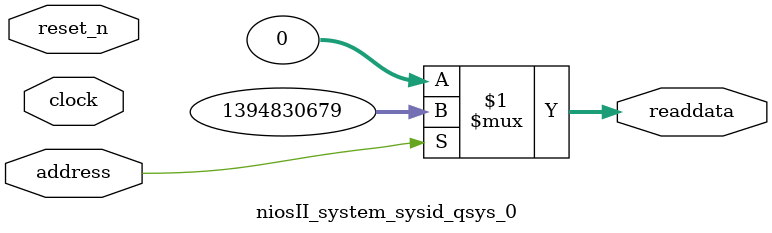
<source format=v>

`timescale 1ns / 1ps
// synthesis translate_on

// turn off superfluous verilog processor warnings 
// altera message_level Level1 
// altera message_off 10034 10035 10036 10037 10230 10240 10030 

module niosII_system_sysid_qsys_0 (
               // inputs:
                address,
                clock,
                reset_n,

               // outputs:
                readdata
             )
;

  output  [ 31: 0] readdata;
  input            address;
  input            clock;
  input            reset_n;

  wire    [ 31: 0] readdata;
  //control_slave, which is an e_avalon_slave
  assign readdata = address ? 1394830679 : 0;

endmodule




</source>
